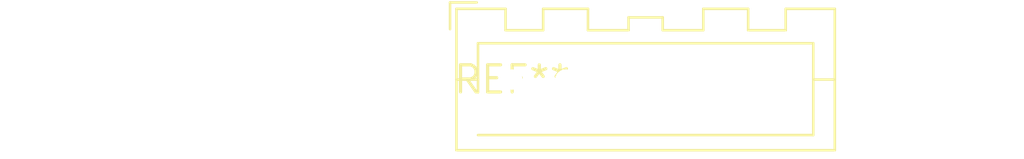
<source format=kicad_pcb>
(kicad_pcb (version 20240108) (generator pcbnew)
  (layers (0 "F.Cu" signal) (31 "B.Cu" signal) (34 "B.Paste" user) (35 "F.Paste" user) (36 "B.SilkS" user "B.Silkscreen") (37 "F.SilkS" user "F.Silkscreen") (38 "B.Mask" user) (39 "F.Mask" user) (44 "Edge.Cuts" user))
  (net 0 "")
  (footprint "JST_XA_B06B-XASK-1-A_1x06_P2.50mm_Vertical" (layer "F.Cu") (at 0 0)
    (property "Reference" "REF**")
    (property "Value" "JST_XA_B06B-XASK-1-A_1x06_P2.50mm_Vertical")
    (fp_line (start -2.91 -3.61) (end -2.91 -2.36) (layer "F.SilkS") (stroke (width 0.12)))
    (fp_line (start -2.61 -3.31) (end -2.61 3.31) (layer "F.SilkS") (stroke (width 0.12)))
    (fp_line (start -2.61 0) (end -1.6 0) (layer "F.SilkS") (stroke (width 0.12)))
    (fp_line (start -2.61 3.31) (end 15.11 3.31) (layer "F.SilkS") (stroke (width 0.12)))
    (fp_line (start -1.66 -3.61) (end -2.91 -3.61) (layer "F.SilkS") (stroke (width 0.12)))
    (fp_line (start -1.6 -1.7) (end 14.1 -1.7) (layer "F.SilkS") (stroke (width 0.12)))
    (fp_line (start -1.6 0.6) (end -1.6 -1.7) (layer "F.SilkS") (stroke (width 0.12)))
    (fp_line (start -0.31 -3.31) (end -2.61 -3.31) (layer "F.SilkS") (stroke (width 0.12)))
    (fp_line (start -0.31 -2.31) (end -0.31 -3.31) (layer "F.SilkS") (stroke (width 0.12)))
    (fp_line (start 1.45 -3.31) (end 1.45 -2.31) (layer "F.SilkS") (stroke (width 0.12)))
    (fp_line (start 1.45 -2.31) (end -0.31 -2.31) (layer "F.SilkS") (stroke (width 0.12)))
    (fp_line (start 3.55 -3.31) (end 1.45 -3.31) (layer "F.SilkS") (stroke (width 0.12)))
    (fp_line (start 3.55 -2.31) (end 3.55 -3.31) (layer "F.SilkS") (stroke (width 0.12)))
    (fp_line (start 5.45 -2.91) (end 5.45 -2.31) (layer "F.SilkS") (stroke (width 0.12)))
    (fp_line (start 5.45 -2.31) (end 3.55 -2.31) (layer "F.SilkS") (stroke (width 0.12)))
    (fp_line (start 7.05 -2.91) (end 5.45 -2.91) (layer "F.SilkS") (stroke (width 0.12)))
    (fp_line (start 7.05 -2.31) (end 7.05 -2.91) (layer "F.SilkS") (stroke (width 0.12)))
    (fp_line (start 8.95 -3.31) (end 8.95 -2.31) (layer "F.SilkS") (stroke (width 0.12)))
    (fp_line (start 8.95 -2.31) (end 7.05 -2.31) (layer "F.SilkS") (stroke (width 0.12)))
    (fp_line (start 11.05 -3.31) (end 8.95 -3.31) (layer "F.SilkS") (stroke (width 0.12)))
    (fp_line (start 11.05 -2.31) (end 11.05 -3.31) (layer "F.SilkS") (stroke (width 0.12)))
    (fp_line (start 12.81 -3.31) (end 12.81 -2.31) (layer "F.SilkS") (stroke (width 0.12)))
    (fp_line (start 12.81 -2.31) (end 11.05 -2.31) (layer "F.SilkS") (stroke (width 0.12)))
    (fp_line (start 14.1 -1.7) (end 14.1 2.6) (layer "F.SilkS") (stroke (width 0.12)))
    (fp_line (start 14.1 2.6) (end -1.6 2.6) (layer "F.SilkS") (stroke (width 0.12)))
    (fp_line (start 15.11 -3.31) (end 12.81 -3.31) (layer "F.SilkS") (stroke (width 0.12)))
    (fp_line (start 15.11 0) (end 14.1 0) (layer "F.SilkS") (stroke (width 0.12)))
    (fp_line (start 15.11 3.31) (end 15.11 -3.31) (layer "F.SilkS") (stroke (width 0.12)))
    (pad "" np_thru_hole circle (at -1.6 1.6) (size 1.25 1.25) (drill 1.25) (layers *.Cu *.Mask))
    (pad "1" thru_hole roundrect (at 0 0) (size 1.7 1.95) (drill 0.95) (layers *.Cu *.Mask) (remove_unused_layers) (roundrect_rratio 0.147059))
    (pad "2" thru_hole oval (at 2.5 0) (size 1.7 1.95) (drill 0.95) (layers *.Cu *.Mask) (remove_unused_layers))
    (pad "3" thru_hole oval (at 5 0) (size 1.7 1.95) (drill 0.95) (layers *.Cu *.Mask) (remove_unused_layers))
    (pad "4" thru_hole oval (at 7.5 0) (size 1.7 1.95) (drill 0.95) (layers *.Cu *.Mask) (remove_unused_layers))
    (pad "5" thru_hole oval (at 10 0) (size 1.7 1.95) (drill 0.95) (layers *.Cu *.Mask) (remove_unused_layers))
    (pad "6" thru_hole oval (at 12.5 0) (size 1.7 1.95) (drill 0.95) (layers *.Cu *.Mask) (remove_unused_layers))
  )
)
</source>
